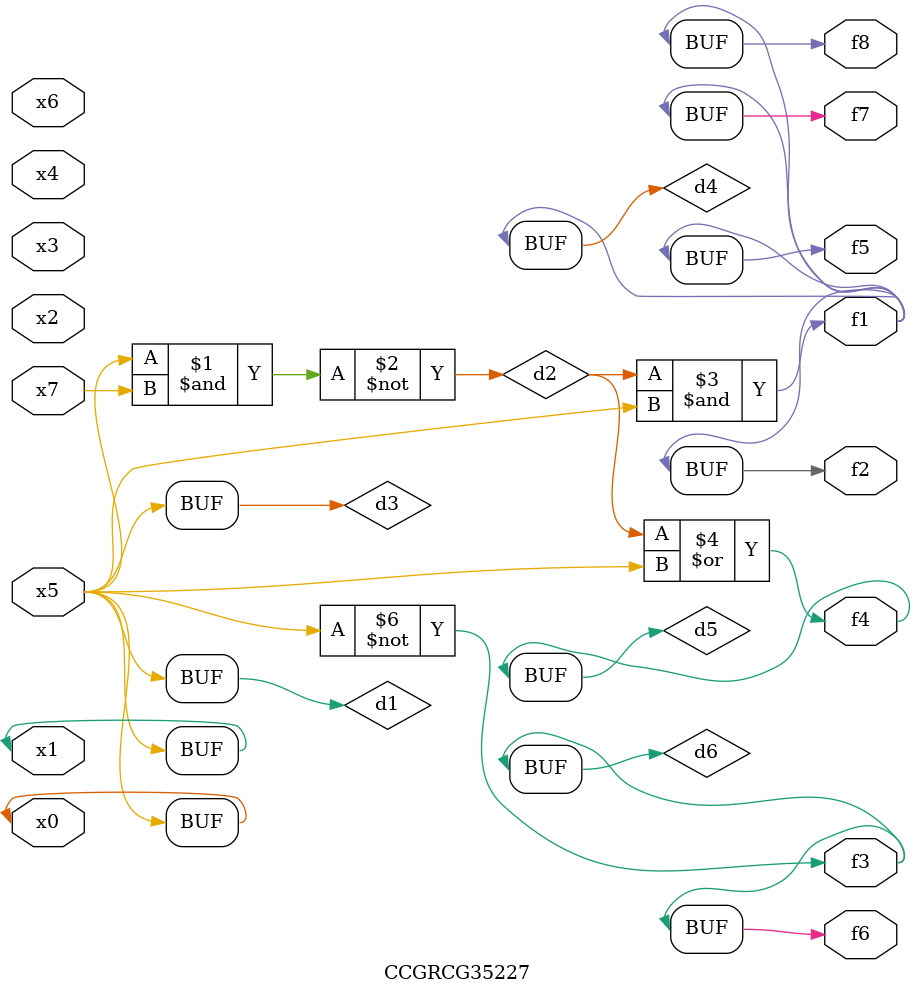
<source format=v>
module CCGRCG35227(
	input x0, x1, x2, x3, x4, x5, x6, x7,
	output f1, f2, f3, f4, f5, f6, f7, f8
);

	wire d1, d2, d3, d4, d5, d6;

	buf (d1, x0, x5);
	nand (d2, x5, x7);
	buf (d3, x0, x1);
	and (d4, d2, d3);
	or (d5, d2, d3);
	nor (d6, d1, d3);
	assign f1 = d4;
	assign f2 = d4;
	assign f3 = d6;
	assign f4 = d5;
	assign f5 = d4;
	assign f6 = d6;
	assign f7 = d4;
	assign f8 = d4;
endmodule

</source>
